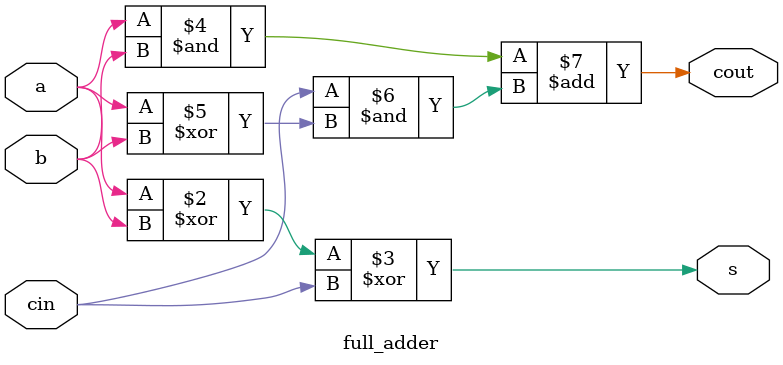
<source format=sv>
module full_adder(
    input logic a,
    input logic b,
    input logic cin,
    output logic s,
    output logic cout
);

always_comb begin : full_add
    s = (a^b)^cin;
    cout = (a&b)+(cin&(a^b));
end

endmodule : full_adder
</source>
